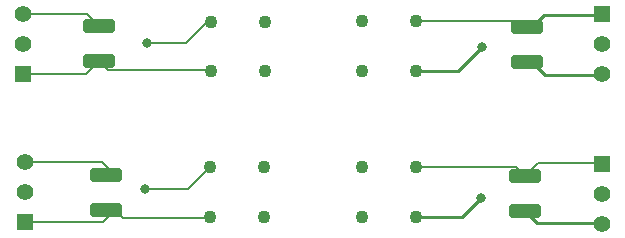
<source format=gbr>
%TF.GenerationSoftware,KiCad,Pcbnew,(6.0.8-1)-1*%
%TF.CreationDate,2023-06-07T12:03:49-04:00*%
%TF.ProjectId,Ecal2.5x2.5cm,4563616c-322e-4357-9832-2e35636d2e6b,rev?*%
%TF.SameCoordinates,Original*%
%TF.FileFunction,Copper,L1,Top*%
%TF.FilePolarity,Positive*%
%FSLAX46Y46*%
G04 Gerber Fmt 4.6, Leading zero omitted, Abs format (unit mm)*
G04 Created by KiCad (PCBNEW (6.0.8-1)-1) date 2023-06-07 12:03:49*
%MOMM*%
%LPD*%
G01*
G04 APERTURE LIST*
G04 Aperture macros list*
%AMRoundRect*
0 Rectangle with rounded corners*
0 $1 Rounding radius*
0 $2 $3 $4 $5 $6 $7 $8 $9 X,Y pos of 4 corners*
0 Add a 4 corners polygon primitive as box body*
4,1,4,$2,$3,$4,$5,$6,$7,$8,$9,$2,$3,0*
0 Add four circle primitives for the rounded corners*
1,1,$1+$1,$2,$3*
1,1,$1+$1,$4,$5*
1,1,$1+$1,$6,$7*
1,1,$1+$1,$8,$9*
0 Add four rect primitives between the rounded corners*
20,1,$1+$1,$2,$3,$4,$5,0*
20,1,$1+$1,$4,$5,$6,$7,0*
20,1,$1+$1,$6,$7,$8,$9,0*
20,1,$1+$1,$8,$9,$2,$3,0*%
G04 Aperture macros list end*
%TA.AperFunction,ComponentPad*%
%ADD10R,1.397000X1.397000*%
%TD*%
%TA.AperFunction,ComponentPad*%
%ADD11C,1.397000*%
%TD*%
%TA.AperFunction,SMDPad,CuDef*%
%ADD12RoundRect,0.250000X1.100000X-0.325000X1.100000X0.325000X-1.100000X0.325000X-1.100000X-0.325000X0*%
%TD*%
%TA.AperFunction,SMDPad,CuDef*%
%ADD13RoundRect,0.250000X-1.100000X0.325000X-1.100000X-0.325000X1.100000X-0.325000X1.100000X0.325000X0*%
%TD*%
%TA.AperFunction,SMDPad,CuDef*%
%ADD14C,1.100000*%
%TD*%
%TA.AperFunction,ViaPad*%
%ADD15C,0.800000*%
%TD*%
%TA.AperFunction,Conductor*%
%ADD16C,0.200000*%
%TD*%
%TA.AperFunction,Conductor*%
%ADD17C,0.250000*%
%TD*%
G04 APERTURE END LIST*
D10*
%TO.P,REF\u002A\u002A,1*%
%TO.N,N/C*%
X136949900Y-66312500D03*
D11*
%TO.P,REF\u002A\u002A,2*%
X136949900Y-68852500D03*
%TO.P,REF\u002A\u002A,3*%
X136949900Y-71392500D03*
%TD*%
D12*
%TO.P,50 nF,1*%
%TO.N,N/C*%
X130449900Y-70287500D03*
%TO.P,50 nF,2*%
X130449900Y-67337500D03*
%TD*%
%TO.P,50 nF,1*%
%TO.N,N/C*%
X130600000Y-57675000D03*
%TO.P,50 nF,2*%
X130600000Y-54725000D03*
%TD*%
D11*
%TO.P,REF\u002A\u002A,3*%
%TO.N,N/C*%
X136949900Y-58692500D03*
%TO.P,REF\u002A\u002A,2*%
X136949900Y-56152500D03*
D10*
%TO.P,REF\u002A\u002A,1*%
X136949900Y-53612500D03*
%TD*%
D13*
%TO.P,50 nF,1*%
%TO.N,N/C*%
X95000000Y-67225000D03*
%TO.P,50 nF,2*%
X95000000Y-70175000D03*
%TD*%
D10*
%TO.P,REF\u002A\u002A,1*%
%TO.N,N/C*%
X88100000Y-71200000D03*
D11*
%TO.P,REF\u002A\u002A,2*%
X88100000Y-68660000D03*
%TO.P,REF\u002A\u002A,3*%
X88100000Y-66120000D03*
%TD*%
D14*
%TO.P,REF\u002A\u002A,1*%
%TO.N,N/C*%
X108365100Y-66584900D03*
%TO.P,REF\u002A\u002A,2*%
X103765100Y-66584900D03*
%TO.P,REF\u002A\u002A,3*%
X103765100Y-70784900D03*
%TO.P,REF\u002A\u002A,4*%
X108365100Y-70784900D03*
%TD*%
%TO.P,REF\u002A\u002A,1*%
%TO.N,N/C*%
X108415100Y-54265100D03*
%TO.P,REF\u002A\u002A,2*%
X103815100Y-54265100D03*
%TO.P,REF\u002A\u002A,3*%
X103815100Y-58465100D03*
%TO.P,REF\u002A\u002A,4*%
X108415100Y-58465100D03*
%TD*%
%TO.P,REF\u002A\u002A,1*%
%TO.N,N/C*%
X116634900Y-58415100D03*
%TO.P,REF\u002A\u002A,2*%
X121234900Y-58415100D03*
%TO.P,REF\u002A\u002A,3*%
X121234900Y-54215100D03*
%TO.P,REF\u002A\u002A,4*%
X116634900Y-54215100D03*
%TD*%
%TO.P,REF\u002A\u002A,4*%
%TO.N,N/C*%
X116634900Y-66584900D03*
%TO.P,REF\u002A\u002A,3*%
X121234900Y-66584900D03*
%TO.P,REF\u002A\u002A,2*%
X121234900Y-70784900D03*
%TO.P,REF\u002A\u002A,1*%
X116634900Y-70784900D03*
%TD*%
D10*
%TO.P,REF\u002A\u002A,1*%
%TO.N,N/C*%
X87950100Y-58687500D03*
D11*
%TO.P,REF\u002A\u002A,2*%
X87950100Y-56147500D03*
%TO.P,REF\u002A\u002A,3*%
X87950100Y-53607500D03*
%TD*%
D13*
%TO.P,50 nF,1*%
%TO.N,N/C*%
X94400000Y-54625000D03*
%TO.P,50 nF,2*%
X94400000Y-57575000D03*
%TD*%
D15*
%TO.N,*%
X126700000Y-69200000D03*
X126800000Y-56400000D03*
X98300000Y-68400000D03*
X98400000Y-56100000D03*
%TD*%
D16*
%TO.N,*%
X94400000Y-54625000D02*
X93382500Y-53607500D01*
X93382500Y-53607500D02*
X87950100Y-53607500D01*
X94400000Y-57575000D02*
X93287500Y-58687500D01*
X93287500Y-58687500D02*
X87950100Y-58687500D01*
X95700000Y-67225000D02*
X94595000Y-66120000D01*
X94595000Y-66120000D02*
X88100000Y-66120000D01*
X103700000Y-70850000D02*
X96375000Y-70850000D01*
X96375000Y-70850000D02*
X95700000Y-70175000D01*
X95700000Y-70175000D02*
X94675000Y-71200000D01*
X94675000Y-71200000D02*
X88100000Y-71200000D01*
D17*
X136949900Y-71392500D02*
X136862400Y-71305000D01*
X136862400Y-71305000D02*
X131467400Y-71305000D01*
X131467400Y-71305000D02*
X130449900Y-70287500D01*
D16*
X130449900Y-67337500D02*
X131562400Y-66225000D01*
X131562400Y-66225000D02*
X136862400Y-66225000D01*
X136862400Y-66225000D02*
X136949900Y-66312500D01*
D17*
X131049900Y-57687500D02*
X132154900Y-58792500D01*
X132154900Y-58792500D02*
X136849900Y-58792500D01*
X136849900Y-58792500D02*
X136949900Y-58692500D01*
X136949900Y-53612500D02*
X136849900Y-53712500D01*
X132074900Y-53712500D02*
X131049900Y-54737500D01*
X136849900Y-53712500D02*
X132074900Y-53712500D01*
D16*
X94400000Y-57575000D02*
X95175000Y-58350000D01*
X95175000Y-58350000D02*
X103700000Y-58350000D01*
X98300000Y-68400000D02*
X101950000Y-68400000D01*
X101950000Y-68400000D02*
X103700000Y-66650000D01*
X98400000Y-56100000D02*
X101750000Y-56100000D01*
X101750000Y-56100000D02*
X103700000Y-54150000D01*
D17*
X126700000Y-69200000D02*
X125115100Y-70784900D01*
X125115100Y-70784900D02*
X121234900Y-70784900D01*
D16*
X121234900Y-66584900D02*
X129697300Y-66584900D01*
X129697300Y-66584900D02*
X130449900Y-67337500D01*
D17*
X126800000Y-56400000D02*
X124784900Y-58415100D01*
X124784900Y-58415100D02*
X121234900Y-58415100D01*
D16*
X121234900Y-54215100D02*
X130527500Y-54215100D01*
X130527500Y-54215100D02*
X131049900Y-54737500D01*
%TD*%
M02*

</source>
